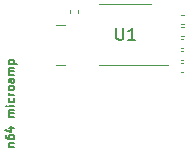
<source format=gbr>
%TF.GenerationSoftware,KiCad,Pcbnew,7.0.8*%
%TF.CreationDate,2024-05-05T13:27:43-04:00*%
%TF.ProjectId,n64amp,6e363461-6d70-42e6-9b69-6361645f7063,rev?*%
%TF.SameCoordinates,Original*%
%TF.FileFunction,Legend,Top*%
%TF.FilePolarity,Positive*%
%FSLAX46Y46*%
G04 Gerber Fmt 4.6, Leading zero omitted, Abs format (unit mm)*
G04 Created by KiCad (PCBNEW 7.0.8) date 2024-05-05 13:27:43*
%MOMM*%
%LPD*%
G01*
G04 APERTURE LIST*
%ADD10C,0.150000*%
%ADD11C,0.120000*%
G04 APERTURE END LIST*
D10*
X14952066Y-24398249D02*
X15418733Y-24398249D01*
X15018733Y-24398249D02*
X14985400Y-24364916D01*
X14985400Y-24364916D02*
X14952066Y-24298249D01*
X14952066Y-24298249D02*
X14952066Y-24198249D01*
X14952066Y-24198249D02*
X14985400Y-24131582D01*
X14985400Y-24131582D02*
X15052066Y-24098249D01*
X15052066Y-24098249D02*
X15418733Y-24098249D01*
X14718733Y-23464916D02*
X14718733Y-23598249D01*
X14718733Y-23598249D02*
X14752066Y-23664916D01*
X14752066Y-23664916D02*
X14785400Y-23698249D01*
X14785400Y-23698249D02*
X14885400Y-23764916D01*
X14885400Y-23764916D02*
X15018733Y-23798249D01*
X15018733Y-23798249D02*
X15285400Y-23798249D01*
X15285400Y-23798249D02*
X15352066Y-23764916D01*
X15352066Y-23764916D02*
X15385400Y-23731583D01*
X15385400Y-23731583D02*
X15418733Y-23664916D01*
X15418733Y-23664916D02*
X15418733Y-23531583D01*
X15418733Y-23531583D02*
X15385400Y-23464916D01*
X15385400Y-23464916D02*
X15352066Y-23431583D01*
X15352066Y-23431583D02*
X15285400Y-23398249D01*
X15285400Y-23398249D02*
X15118733Y-23398249D01*
X15118733Y-23398249D02*
X15052066Y-23431583D01*
X15052066Y-23431583D02*
X15018733Y-23464916D01*
X15018733Y-23464916D02*
X14985400Y-23531583D01*
X14985400Y-23531583D02*
X14985400Y-23664916D01*
X14985400Y-23664916D02*
X15018733Y-23731583D01*
X15018733Y-23731583D02*
X15052066Y-23764916D01*
X15052066Y-23764916D02*
X15118733Y-23798249D01*
X14952066Y-22798249D02*
X15418733Y-22798249D01*
X14685400Y-22964916D02*
X15185400Y-23131582D01*
X15185400Y-23131582D02*
X15185400Y-22698249D01*
X15418733Y-21898249D02*
X14952066Y-21898249D01*
X15018733Y-21898249D02*
X14985400Y-21864916D01*
X14985400Y-21864916D02*
X14952066Y-21798249D01*
X14952066Y-21798249D02*
X14952066Y-21698249D01*
X14952066Y-21698249D02*
X14985400Y-21631582D01*
X14985400Y-21631582D02*
X15052066Y-21598249D01*
X15052066Y-21598249D02*
X15418733Y-21598249D01*
X15052066Y-21598249D02*
X14985400Y-21564916D01*
X14985400Y-21564916D02*
X14952066Y-21498249D01*
X14952066Y-21498249D02*
X14952066Y-21398249D01*
X14952066Y-21398249D02*
X14985400Y-21331582D01*
X14985400Y-21331582D02*
X15052066Y-21298249D01*
X15052066Y-21298249D02*
X15418733Y-21298249D01*
X15418733Y-20964916D02*
X14952066Y-20964916D01*
X14718733Y-20964916D02*
X14752066Y-20998249D01*
X14752066Y-20998249D02*
X14785400Y-20964916D01*
X14785400Y-20964916D02*
X14752066Y-20931583D01*
X14752066Y-20931583D02*
X14718733Y-20964916D01*
X14718733Y-20964916D02*
X14785400Y-20964916D01*
X15385400Y-20331583D02*
X15418733Y-20398250D01*
X15418733Y-20398250D02*
X15418733Y-20531583D01*
X15418733Y-20531583D02*
X15385400Y-20598250D01*
X15385400Y-20598250D02*
X15352066Y-20631583D01*
X15352066Y-20631583D02*
X15285400Y-20664916D01*
X15285400Y-20664916D02*
X15085400Y-20664916D01*
X15085400Y-20664916D02*
X15018733Y-20631583D01*
X15018733Y-20631583D02*
X14985400Y-20598250D01*
X14985400Y-20598250D02*
X14952066Y-20531583D01*
X14952066Y-20531583D02*
X14952066Y-20398250D01*
X14952066Y-20398250D02*
X14985400Y-20331583D01*
X15418733Y-20031583D02*
X14952066Y-20031583D01*
X15085400Y-20031583D02*
X15018733Y-19998250D01*
X15018733Y-19998250D02*
X14985400Y-19964916D01*
X14985400Y-19964916D02*
X14952066Y-19898250D01*
X14952066Y-19898250D02*
X14952066Y-19831583D01*
X15418733Y-19498250D02*
X15385400Y-19564917D01*
X15385400Y-19564917D02*
X15352066Y-19598250D01*
X15352066Y-19598250D02*
X15285400Y-19631583D01*
X15285400Y-19631583D02*
X15085400Y-19631583D01*
X15085400Y-19631583D02*
X15018733Y-19598250D01*
X15018733Y-19598250D02*
X14985400Y-19564917D01*
X14985400Y-19564917D02*
X14952066Y-19498250D01*
X14952066Y-19498250D02*
X14952066Y-19398250D01*
X14952066Y-19398250D02*
X14985400Y-19331583D01*
X14985400Y-19331583D02*
X15018733Y-19298250D01*
X15018733Y-19298250D02*
X15085400Y-19264917D01*
X15085400Y-19264917D02*
X15285400Y-19264917D01*
X15285400Y-19264917D02*
X15352066Y-19298250D01*
X15352066Y-19298250D02*
X15385400Y-19331583D01*
X15385400Y-19331583D02*
X15418733Y-19398250D01*
X15418733Y-19398250D02*
X15418733Y-19498250D01*
X15418733Y-18664917D02*
X15052066Y-18664917D01*
X15052066Y-18664917D02*
X14985400Y-18698250D01*
X14985400Y-18698250D02*
X14952066Y-18764917D01*
X14952066Y-18764917D02*
X14952066Y-18898250D01*
X14952066Y-18898250D02*
X14985400Y-18964917D01*
X15385400Y-18664917D02*
X15418733Y-18731584D01*
X15418733Y-18731584D02*
X15418733Y-18898250D01*
X15418733Y-18898250D02*
X15385400Y-18964917D01*
X15385400Y-18964917D02*
X15318733Y-18998250D01*
X15318733Y-18998250D02*
X15252066Y-18998250D01*
X15252066Y-18998250D02*
X15185400Y-18964917D01*
X15185400Y-18964917D02*
X15152066Y-18898250D01*
X15152066Y-18898250D02*
X15152066Y-18731584D01*
X15152066Y-18731584D02*
X15118733Y-18664917D01*
X15418733Y-18331584D02*
X14952066Y-18331584D01*
X15018733Y-18331584D02*
X14985400Y-18298251D01*
X14985400Y-18298251D02*
X14952066Y-18231584D01*
X14952066Y-18231584D02*
X14952066Y-18131584D01*
X14952066Y-18131584D02*
X14985400Y-18064917D01*
X14985400Y-18064917D02*
X15052066Y-18031584D01*
X15052066Y-18031584D02*
X15418733Y-18031584D01*
X15052066Y-18031584D02*
X14985400Y-17998251D01*
X14985400Y-17998251D02*
X14952066Y-17931584D01*
X14952066Y-17931584D02*
X14952066Y-17831584D01*
X14952066Y-17831584D02*
X14985400Y-17764917D01*
X14985400Y-17764917D02*
X15052066Y-17731584D01*
X15052066Y-17731584D02*
X15418733Y-17731584D01*
X14952066Y-17398251D02*
X15652066Y-17398251D01*
X14985400Y-17398251D02*
X14952066Y-17331584D01*
X14952066Y-17331584D02*
X14952066Y-17198251D01*
X14952066Y-17198251D02*
X14985400Y-17131584D01*
X14985400Y-17131584D02*
X15018733Y-17098251D01*
X15018733Y-17098251D02*
X15085400Y-17064918D01*
X15085400Y-17064918D02*
X15285400Y-17064918D01*
X15285400Y-17064918D02*
X15352066Y-17098251D01*
X15352066Y-17098251D02*
X15385400Y-17131584D01*
X15385400Y-17131584D02*
X15418733Y-17198251D01*
X15418733Y-17198251D02*
X15418733Y-17331584D01*
X15418733Y-17331584D02*
X15385400Y-17398251D01*
X24087495Y-14364819D02*
X24087495Y-15174342D01*
X24087495Y-15174342D02*
X24135114Y-15269580D01*
X24135114Y-15269580D02*
X24182733Y-15317200D01*
X24182733Y-15317200D02*
X24277971Y-15364819D01*
X24277971Y-15364819D02*
X24468447Y-15364819D01*
X24468447Y-15364819D02*
X24563685Y-15317200D01*
X24563685Y-15317200D02*
X24611304Y-15269580D01*
X24611304Y-15269580D02*
X24658923Y-15174342D01*
X24658923Y-15174342D02*
X24658923Y-14364819D01*
X25658923Y-15364819D02*
X25087495Y-15364819D01*
X25373209Y-15364819D02*
X25373209Y-14364819D01*
X25373209Y-14364819D02*
X25277971Y-14507676D01*
X25277971Y-14507676D02*
X25182733Y-14602914D01*
X25182733Y-14602914D02*
X25087495Y-14650533D01*
D11*
%TO.C,C4*%
X20130600Y-13087436D02*
X20130600Y-12871764D01*
X20850600Y-13087436D02*
X20850600Y-12871764D01*
%TO.C,R1*%
X29822841Y-13994400D02*
X29515559Y-13994400D01*
X29822841Y-13234400D02*
X29515559Y-13234400D01*
%TO.C,RN1*%
X19761200Y-14098000D02*
X18961200Y-14098000D01*
X19761200Y-17538000D02*
X18961200Y-17538000D01*
%TO.C,R2*%
X29513559Y-14250400D02*
X29820841Y-14250400D01*
X29513559Y-15010400D02*
X29820841Y-15010400D01*
%TO.C,C1*%
X29747036Y-16057200D02*
X29531364Y-16057200D01*
X29747036Y-15337200D02*
X29531364Y-15337200D01*
%TO.C,C3*%
X29747036Y-18063800D02*
X29531364Y-18063800D01*
X29747036Y-17343800D02*
X29531364Y-17343800D01*
%TO.C,C2*%
X29747036Y-17073200D02*
X29531364Y-17073200D01*
X29747036Y-16353200D02*
X29531364Y-16353200D01*
%TO.C,U1*%
X24816300Y-17539600D02*
X28416300Y-17539600D01*
X24816300Y-17539600D02*
X22616300Y-17539600D01*
X24816300Y-12319600D02*
X27016300Y-12319600D01*
X24816300Y-12319600D02*
X22616300Y-12319600D01*
%TD*%
M02*

</source>
